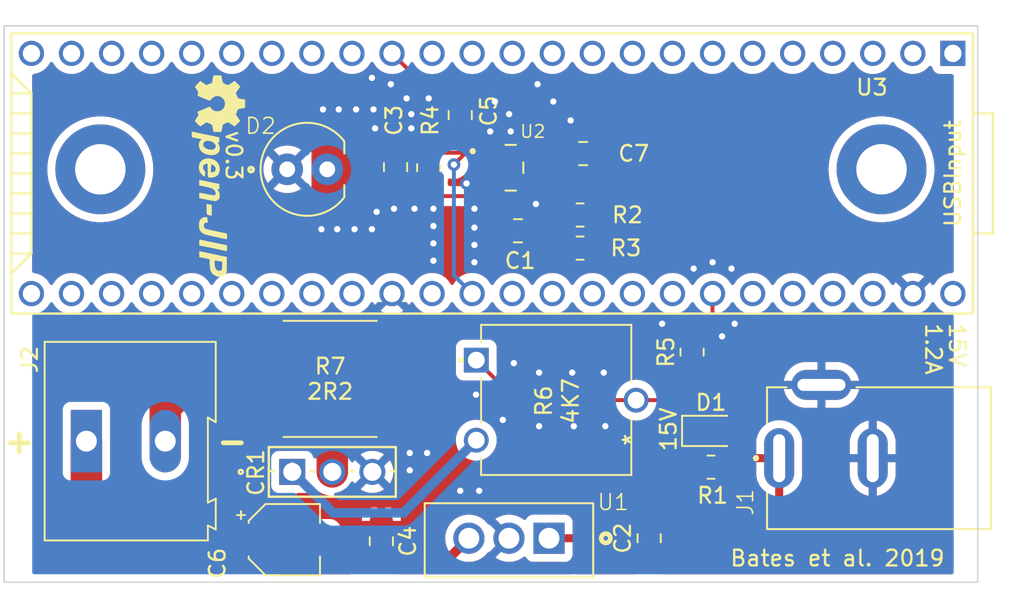
<source format=kicad_pcb>
(kicad_pcb (version 20211014) (generator pcbnew)
  (layers (0 "F.Cu" signal) (31 "B.Cu" signal) (34 "B.Paste" user) (35 "F.Paste" user) (36 "B.SilkS" user "B.Silkscreen") (37 "F.SilkS" user "F.Silkscreen") (38 "B.Mask" user) (39 "F.Mask" user) (44 "Edge.Cuts" user))
  (net 0 "")
  (net 1 "Net-(C1-Pad2)")
  (net 2 "GNDA")
  (net 3 "GND")
  (net 4 "Net-(C3-Pad2)")
  (net 5 "Net-(C4-Pad2)")
  (net 6 "+3V3")
  (net 7 "Net-(C6-Pad2)")
  (net 8 "Net-(CR1-Pad1)")
  (net 9 "Net-(CR1-Pad2)")
  (net 10 "FluoroRead")
  (net 11 "Net-(D1-Pad2)")
  (net 12 "Net-(R5-Pad1)")
  (net 13 "+5V")
  (net 14 "ActinicTrigger")
  (net 18 "+15V")
  (footprint "LED_SMD:LED_0805_2012Metric_Pad1.15x1.40mm_HandSolder" (layer "F.Cu") (at 174.125 98.6)
    (fp_text reference "D1" (at -0.025 -1.8 180) (layer "F.SilkS"))
    (fp_text value "LED")
    (pad "1" smd roundrect locked (at -1.025 0) (size 1.15 1.4) (layers "F.Cu" "F.Paste" "F.Mask") (roundrect_rratio 0.2173904348) (net 3 "GND"))
    (pad "2" smd roundrect locked (at 1.025 0) (size 1.15 1.4) (layers "F.Cu" "F.Paste" "F.Mask") (roundrect_rratio 0.2173904348) (net 11 "Net-(D1-Pad2)"))
  )
  (footprint "Resistor_SMD:R_0805_2012Metric_Pad1.20x1.40mm_HandSolder" (layer "F.Cu") (at 174.1 100.9 180)
    (fp_text reference "R1" (at -0.1 -1.8) (layer "F.SilkS"))
    (fp_text value "15K")
    (pad "1" smd roundrect locked (at -1 0 180) (size 1.2 1.4) (layers "F.Cu" "F.Paste" "F.Mask") (roundrect_rratio 0.2083325) (net 18 "+15V"))
    (pad "2" smd roundrect locked (at 1 0 180) (size 1.2 1.4) (layers "F.Cu" "F.Paste" "F.Mask") (roundrect_rratio 0.2083325) (net 11 "Net-(D1-Pad2)"))
  )
  (footprint "Capacitor_SMD:C_0805_2012Metric_Pad1.18x1.45mm_HandSolder" (layer "F.Cu") (at 170.18 105.41 90)
    (fp_text reference "C2" (at 0 -1.68 90) (layer "F.SilkS"))
    (fp_text value "330nF")
    (pad "1" smd roundrect locked (at -1.0375 0 90) (size 1.175 1.45) (layers "F.Cu" "F.Paste" "F.Mask") (roundrect_rratio 0.2127659574) (net 3 "GND"))
    (pad "2" smd roundrect locked (at 1.0375 0 90) (size 1.175 1.45) (layers "F.Cu" "F.Paste" "F.Mask") (roundrect_rratio 0.2127659574) (net 18 "+15V"))
  )
  (footprint "Capacitor_SMD:C_0805_2012Metric_Pad1.18x1.45mm_HandSolder" (layer "F.Cu") (at 153.2 105.6 -90)
    (fp_text reference "C4" (at 0 -1.68 90) (layer "F.SilkS"))
    (fp_text value "100nF")
    (pad "1" smd roundrect locked (at -1.0375 0 270) (size 1.175 1.45) (layers "F.Cu" "F.Paste" "F.Mask") (roundrect_rratio 0.2127659574) (net 3 "GND"))
    (pad "2" smd roundrect locked (at 1.0375 0 270) (size 1.175 1.45) (layers "F.Cu" "F.Paste" "F.Mask") (roundrect_rratio 0.2127659574) (net 5 "Net-(C4-Pad2)"))
  )
  (footprint "Capacitor_SMD:CP_Elec_4x5.4" (layer "F.Cu") (at 147.05 105.5)
    (fp_text reference "C6" (at -4.25 1.5 90) (layer "F.SilkS"))
    (fp_text value "1uF")
    (pad "1" smd roundrect locked (at -1.8 0) (size 2.6 1.6) (layers "F.Cu" "F.Paste" "F.Mask") (roundrect_rratio 0.15625) (net 5 "Net-(C4-Pad2)"))
    (pad "2" smd roundrect locked (at 1.8 0) (size 2.6 1.6) (layers "F.Cu" "F.Paste" "F.Mask") (roundrect_rratio 0.15625) (net 7 "Net-(C6-Pad2)"))
  )
  (footprint "Additional-parts:BD681" (layer "F.Cu") (at 147.549 101.2)
    (fp_text reference "CR1" (at -2.3 0.05 90) (layer "F.SilkS"))
    (fp_text value "BD681" hide)
    (fp_text user "*" (at 0 0) (layer "F.SilkS"))
    (pad "1" thru_hole rect locked (at 0 0) (size 1.651 1.651) (drill 1.143) (layers *.Cu *.Mask) (net 8 "Net-(CR1-Pad1)"))
    (pad "2" thru_hole circle locked (at 2.54 0) (size 1.651 1.651) (drill 1.143) (layers *.Cu *.Mask) (net 9 "Net-(CR1-Pad2)"))
    (pad "3" thru_hole circle locked (at 5.08 0) (size 1.651 1.651) (drill 1.143) (layers *.Cu *.Mask) (net 3 "GND"))
  )
  (footprint "Additional-parts:SFH_213_FA" (layer "F.Cu") (at 148.5 82)
    (fp_text reference "D2" (at -2.958 -2.752) (layer "F.SilkS") (effects (font (thickness 0.1))))
    (fp_text value "SFH_213_FA")
    (fp_poly (pts (xy 0.27 -0.06) (xy 0.27 -1.79) (xy 0.325072 -1.838669) (xy 0.369937 -1.876115) (xy 0.415724 -1.912427) (xy 0.462405 -1.947583) (xy 0.509951 -1.981559) (xy 0.558332 -2.014336) (xy 0.607517 -2.045893) (xy 0.657477 -2.076209) (xy 0.708179 -2.105266) (xy 0.759592 -2.133046) (xy 0.811684 -2.159531) (xy 0.864422 -2.184704) (xy 0.917774 -2.208551) (xy 0.971705 -2.231055) (xy 1.026182 -2.252204) (xy 1.081171 -2.271983) (xy 1.136638 -2.290381) (xy 1.192548 -2.307385) (xy 1.248865 -2.322986) (xy 1.305555 -2.337173) (xy 1.362582 -2.349937) (xy 1.419911 -2.361271) (xy 1.477505 -2.371168) (xy 1.535329 -2.37962) (xy 1.593346 -2.386624) (xy 1.65152 -2.392174) (xy 1.709815 -2.396268) (xy 1.768193 -2.398902) (xy 1.82662 -2.400075) (xy 1.87 -2.4) (xy 1.895 -2.4) (xy 2.027992 -2.394465) (xy 2.152129 -2.382621) (xy 2.275487 -2.364368) (xy 2.397735 -2.339756) (xy 2.518545 -2.308849) (xy 2.637594 -2.271732) (xy 2.754563 -2.228503) (xy 2.869137 -2.179278) (xy 2.98101 -2.124189) (xy 3.089882 -2.063384) (xy 3.195461 -1.997026) (xy 3.297464 -1.925292) (xy 3.395618 -1.848376) (xy 3.48966 -1.766483) (xy 3.579337 -1.679832) (xy 3.66441 -1.588656) (xy 3.744649 -1.493199) (xy 3.819841 -1.393718) (xy 3.889783 -1.290478) (xy 3.954289 -1.183757) (xy 4.013184 -1.073841) (xy 4.066312 -0.961023) (xy 4.11353 -0.845607) (xy 4.154711 -0.727902) (xy 4.189746 -0.608224) (xy 4.218539 -0.486892) (xy 4.241014 -0.364233) (xy 4.257111 -0.240576) (xy 4.266787 -0.11625) (xy 4.27 0) (xy 4.266787 0.11625) (xy 4.257111 0.240576) (xy 4.241014 0.364233) (xy 4.218539 0.486892) (xy 4.189746 0.608224) (xy 4.154711 0.727902) (xy 4.11353 0.845607) (xy 4.066312 0.961023) (xy 4.013184 1.073841) (xy 3.954289 1.183757) (xy 3.889783 1.290478) (xy 3.819841 1.393718) (xy 3.744649 1.493199) (xy 3.66441 1.588656) (xy 3.579337 1.679832) (xy 3.48966 1.766483) (xy 3.395618 1.848376) (xy 3.297464 1.925292) (xy 3.195461 1.997026) (xy 3.089882 2.063384) (xy 2.98101 2.124189) (xy 2.869137 2.179278) (xy 2.754563 2.228503) (xy 2.637594 2.271732) (xy 2.518545 2.308849) (xy 2.397735 2.339756) (xy 2.275487 2.364368) (xy 2.152129 2.382621) (xy 2.027992 2.394465) (xy 1.895 2.4) (xy 1.795 2.4) (xy 1.87 2.4) (xy 1.82662 2.400075) (xy 1.768193 2.398902) (xy 1.709815 2.396268) (xy 1.65152 2.392174) (xy 1.593346 2.386624) (xy 1.535329 2.37962) (xy 1.477505 2.371168) (xy 1.419911 2.361271) (xy 1.362582 2.349937) (xy 1.305555 2.337173) (xy 1.248865 2.322986) (xy 1.192548 2.307385) (xy 1.136638 2.290381) (xy 1.081171 2.271983) (xy 1.026182 2.252204) (xy 0.971705 2.231055) (xy 0.917774 2.208551) (xy 0.864422 2.184704) (xy 0.811684 2.159531) (xy 0.759592 2.133046) (xy 0.708179 2.105266) (xy 0.657477 2.076209) (xy 0.607517 2.045893) (xy 0.558332 2.014336) (xy 0.509951 1.981559) (xy 0.462405 1.947583) (xy 0.415724 1.912427) (xy 0.369937 1.876115) (xy 0.325072 1.838669) (xy 0.27 1.79) (xy 0.27 -0.06)) (layer "F.Cu") (width 0.001) (fill solid))
    (pad "1" thru_hole circle locked (at -1.27 0) (size 2 2) (drill 1) (layers *.Cu) (net 2 "GNDA"))
    (pad "2" thru_hole circle locked (at 1.27 0) (size 2 2) (drill 1) (layers *.Cu) (net 4 "Net-(C3-Pad2)"))
  )
  (footprint "TerminalBlock:TerminalBlock_Altech_AK300-2_P5.00mm" (layer "F.Cu") (at 134.5 99.25)
    (fp_text reference "J2" (at -3.598 -5.178 -270) (layer "F.SilkS"))
    (fp_text value "Screw_Terminal_01x02" hide)
    (pad "1" thru_hole rect locked (at 0 0) (size 1.98 3.96) (drill 1.32) (layers *.Cu *.Mask) (net 5 "Net-(C4-Pad2)"))
    (pad "2" thru_hole oval locked (at 5 0) (size 1.98 3.96) (drill 1.32) (layers *.Cu *.Mask) (net 7 "Net-(C6-Pad2)"))
  )
  (footprint "TO253P1067X470X2040-3" (layer "F.Cu") (at 163.83 105.41 180)
    (fp_text reference "U1" (at -4.064 2.286) (layer "F.SilkS") (effects (font (size 1.000094 1.000094) (thickness 0.1))))
    (fp_text value "KA7812ETU" hide)
    (pad "1" thru_hole rect locked (at 0 0 180) (size 1.98 1.98) (drill 1.32) (layers *.Cu *.Mask) (net 18 "+15V"))
    (pad "2" thru_hole circle locked (at 2.54 0 180) (size 1.98 1.98) (drill 1.32) (layers *.Cu *.Mask) (net 3 "GND"))
    (pad "3" thru_hole circle locked (at 5.08 0 180) (size 1.98 1.98) (drill 1.32) (layers *.Cu *.Mask) (net 5 "Net-(C4-Pad2)"))
  )
  (footprint "Additional-parts:SOT95P280X145-5N" (layer "F.Cu") (at 161.4 81.9)
    (fp_text reference "U2" (at 1.4 -2.3 180) (layer "F.SilkS") (effects (font (size 0.8 0.8) (thickness 0.1))))
    (fp_text value "OPA320AIDBVT")
    (pad "1" smd rect locked (at -1.255 -0.95) (size 1.21 0.59) (layers "F.Cu" "F.Paste" "F.Mask") (net 10 "FluoroRead"))
    (pad "2" smd rect locked (at -1.255 0) (size 1.21 0.59) (layers "F.Cu" "F.Paste" "F.Mask") (net 2 "GNDA"))
    (pad "3" smd rect locked (at -1.255 0.95) (size 1.21 0.59) (layers "F.Cu" "F.Paste" "F.Mask") (net 1 "Net-(C1-Pad2)"))
    (pad "4" smd rect locked (at 1.255 0.95) (size 1.21 0.59) (layers "F.Cu" "F.Paste" "F.Mask") (net 4 "Net-(C3-Pad2)"))
    (pad "5" smd rect locked (at 1.255 -0.95) (size 1.21 0.59) (layers "F.Cu" "F.Paste" "F.Mask") (net 6 "+3V3"))
  )
  (footprint "Teensy:Teensy35_36" (layer "F.Cu") (at 160.225001 82.265001 180)
    (fp_text reference "U3" (at -24.074999 5.465001) (layer "F.SilkS"))
    (fp_text value "Teensy3.6")
    (fp_text user "USBInput" (at -29.21 0 90) (layer "F.SilkS"))
    (pad "1" thru_hole rect locked (at -29.21 7.62 180) (size 1.6 1.6) (drill 1.1) (layers *.Cu *.Mask))
    (pad "2" thru_hole circle locked (at -26.67 7.62 180) (size 1.6 1.6) (drill 1.1) (layers *.Cu *.Mask))
    (pad "3" thru_hole circle locked (at -24.13 7.62 180) (size 1.6 1.6) (drill 1.1) (layers *.Cu *.Mask))
    (pad "4" thru_hole circle locked (at -21.59 7.62 180) (size 1.6 1.6) (drill 1.1) (layers *.Cu *.Mask))
    (pad "5" thru_hole circle locked (at -19.05 7.62 180) (size 1.6 1.6) (drill 1.1) (layers *.Cu *.Mask))
    (pad "6" thru_hole circle locked (at -16.51 7.62 180) (size 1.6 1.6) (drill 1.1) (layers *.Cu *.Mask))
    (pad "7" thru_hole circle locked (at -13.97 7.62 180) (size 1.6 1.6) (drill 1.1) (layers *.Cu *.Mask))
    (pad "8" thru_hole circle locked (at -11.43 7.62 180) (size 1.6 1.6) (drill 1.1) (layers *.Cu *.Mask))
    (pad "9" thru_hole circle locked (at -8.89 7.62 180) (size 1.6 1.6) (drill 1.1) (layers *.Cu *.Mask))
    (pad "10" thru_hole circle locked (at -6.35 7.62 180) (size 1.6 1.6) (drill 1.1) (layers *.Cu *.Mask))
    (pad "11" thru_hole circle locked (at -3.81 7.62 180) (size 1.6 1.6) (drill 1.1) (layers *.Cu *.Mask))
    (pad "12" thru_hole circle locked (at -1.27 7.62 180) (size 1.6 1.6) (drill 1.1) (layers *.Cu *.Mask))
    (pad "13" thru_hole circle locked (at 1.27 7.62 180) (size 1.6 1.6) (drill 1.1) (layers *.Cu *.Mask))
    (pad "14" thru_hole circle locked (at 3.81 7.62 180) (size 1.6 1.6) (drill 1.1) (layers *.Cu *.Mask))
    (pad "15" thru_hole circle locked (at 6.35 7.62 180) (size 1.6 1.6) (drill 1.1) (layers *.Cu *.Mask) (net 6 "+3V3"))
    (pad "16" thru_hole circle locked (at 8.89 7.62 180) (size 1.6 1.6) (drill 1.1) (layers *.Cu *.Mask))
    (pad "17" thru_hole circle locked (at 11.43 7.62 180) (size 1.6 1.6) (drill 1.1) (layers *.Cu *.Mask))
    (pad "18" thru_hole circle locked (at 13.97 7.62 180) (size 1.6 1.6) (drill 1.1) (layers *.Cu *.Mask))
    (pad "19" thru_hole circle locked (at 16.51 7.62 180) (size 1.6 1.6) (drill 1.1) (layers *.Cu *.Mask))
    (pad "20" thru_hole circle locked (at 19.05 7.62 180) (size 1.6 1.6) (drill 1.1) (layers *.Cu *.Mask))
    (pad "21" thru_hole circle locked (at 21.59 7.62 180) (size 1.6 1.6) (drill 1.1) (layers *.Cu *.Mask))
    (pad "22" thru_hole circle locked (at 24.13 7.62 180) (size 1.6 1.6) (drill 1.1) (layers *.Cu *.Mask))
    (pad "23" thru_hole circle locked (at 26.67 7.62 180) (size 1.6 1.6) (drill 1.1) (layers *.Cu *.Mask))
    (pad "24" thru_hole circle locked (at 29.21 7.62 180) (size 1.6 1.6) (drill 1.1) (layers *.Cu *.Mask))
    (pad "30" thru_hole circle locked (at 29.21 -7.62 180) (size 1.6 1.6) (drill 1.1) (layers *.Cu *.Mask))
    (pad "31" thru_hole circle locked (at 26.67 -7.62 180) (size 1.6 1.6) (drill 1.1) (layers *.Cu *.Mask))
    (pad "32" thru_hole circle locked (at 24.13 -7.62 180) (size 1.6 1.6) (drill 1.1) (layers *.Cu *.Mask))
    (pad "33" thru_hole circle locked (at 21.59 -7.62 180) (size 1.6 1.6) (drill 1.1) (layers *.Cu *.Mask))
    (pad "34" thru_hole circle locked (at 19.05 -7.62 180) (size 1.6 1.6) (drill 1.1) (layers *.Cu *.Mask))
    (pad "35" thru_hole circle locked (at 16.51 -7.62 180) (size 1.6 1.6) (drill 1.1) (layers *.Cu *.Mask))
    (pad "36" thru_hole circle locked (at 13.97 -7.62 180) (size 1.6 1.6) (drill 1.1) (layers *.Cu *.Mask))
    (pad "37" thru_hole circle locked (at 11.43 -7.62 180) (size 1.6 1.6) (drill 1.1) (layers *.Cu *.Mask))
    (pad "38" thru_hole circle locked (at 8.89 -7.62 180) (size 1.6 1.6) (drill 1.1) (layers *.Cu *.Mask))
    (pad "39" thru_hole circle locked (at 6.35 -7.62 180) (size 1.6 1.6) (drill 1.1) (layers *.Cu *.Mask) (net 3 "GND"))
    (pad "40" thru_hole circle locked (at 3.81 -7.62 180) (size 1.6 1.6) (drill 1.1) (layers *.Cu *.Mask))
    (pad "41" thru_hole circle locked (at 1.27 -7.62 180) (size 1.6 1.6) (drill 1.1) (layers *.Cu *.Mask) (net 10 "FluoroRead"))
    (pad "42" thru_hole circle locked (at -1.27 -7.62 180) (size 1.6 1.6) (drill 1.1) (layers *.Cu *.Mask))
    (pad "43" thru_hole circle locked (at -3.81 -7.62 180) (size 1.6 1.6) (drill 1.1) (layers *.Cu *.Mask))
    (pad "44" thru_hole circle locked (at -6.35 -7.62 180) (size 1.6 1.6) (drill 1.1) (layers *.Cu *.Mask))
    (pad "45" thru_hole circle locked (at -8.89 -7.62 180) (size 1.6 1.6) (drill 1.1) (layers *.Cu *.Mask))
    (pad "46" thru_hole circle locked (at -11.43 -7.62 180) (size 1.6 1.6) (drill 1.1) (layers *.Cu *.Mask))
    (pad "47" thru_hole circle locked (at -13.97 -7.62 180) (size 1.6 1.6) (drill 1.1) (layers *.Cu *.Mask) (net 14 "ActinicTrigger"))
    (pad "48" thru_hole circle locked (at -16.51 -7.62 180) (size 1.6 1.6) (drill 1.1) (layers *.Cu *.Mask))
    (pad "49" thru_hole circle locked (at -19.05 -7.62 180) (size 1.6 1.6) (drill 1.1) (layers *.Cu *.Mask))
    (pad "50" thru_hole circle locked (at -21.59 -7.62 180) (size 1.6 1.6) (drill 1.1) (layers *.Cu *.Mask))
    (pad "51" thru_hole circle locked (at -24.13 -7.62 180) (size 1.6 1.6) (drill 1.1) (layers *.Cu *.Mask))
    (pad "52" thru_hole circle locked (at -26.67 -7.62 180) (size 1.6 1.6) (drill 1.1) (layers *.Cu *.Mask) (net 2 "GNDA"))
    (pad "53" thru_hole circle locked (at -29.21 -7.62 180) (size 1.6 1.6) (drill 1.1) (layers *.Cu *.Mask) (net 13 "+5V"))
  )
  (footprint "Additional-parts:DCJack_MPD_EJ503A" (layer "F.Cu") (at 181.102 100.33 90)
    (fp_text reference "J1" (at -2.794 -4.826 90) (layer "F.SilkS") (effects (font (thickness 0.1))))
    (fp_text value "EJ503A")
    (pad "1" thru_hole oval locked (at 0 -2.68 90) (size 3.8 1.9) (drill oval 3.05 0.76) (layers *.Cu *.Mask) (net 18 "+15V"))
    (pad "2" thru_hole oval locked (at 0 3.25 90) (size 3.8 1.9) (drill oval 3.05 0.76) (layers *.Cu *.Mask) (net 3 "GND"))
    (pad "3" thru_hole oval locked (at 4.65 0 90) (size 1.9 3.8) (drill oval 0.76 3.05) (layers *.Cu *.Mask) (net 3 "GND"))
  )
  (footprint "MountingHole:MountingHole_3.2mm_M3_ISO7380_Pad" (layer "F.Cu") (at 135.382 82)
    (fp_text reference "REF**" hide)
    (fp_text value "MountingHole_3.2mm_M3_ISO7380_Pad" hide)
    (pad "1" thru_hole circle locked (at 0 0) (size 5.7 5.7) (drill 3.2) (layers *.Cu *.Mask))
  )
  (footprint "MountingHole:MountingHole_3.2mm_M3_ISO7380_Pad" (layer "F.Cu") (at 184.912 82)
    (fp_text reference "REF**" hide)
    (fp_text value "MountingHole_3.2mm_M3_ISO7380_Pad" hide)
    (pad "1" thru_hole circle locked (at 0 0) (size 5.7 5.7) (drill 3.2) (layers *.Cu *.Mask))
  )
  (footprint "Silkscreen_Images:open_jip_Logo" (layer "F.Cu") (at 142.828 82.394 -90)
    (fp_text reference "G***" hide)
    (fp_text value "LOGO" hide)
  )
  (footprint "Capacitor_SMD:C_0805_2012Metric_Pad1.18x1.45mm_HandSolder" (layer "F.Cu") (at 154.1 81.8625 -90)
    (fp_text reference "C3" (at -2.9625 0.1 90) (layer "F.SilkS"))
    (fp_text value "1pF")
    (pad "1" smd roundrect (at -1.0375 0 270) (size 1.175 1.45) (layers "F.Cu" "F.Paste" "F.Mask") (roundrect_rratio 0.2127659574) (net 10 "FluoroRead"))
    (pad "2" smd roundrect (at 1.0375 0 270) (size 1.175 1.45) (layers "F.Cu" "F.Paste" "F.Mask") (roundrect_rratio 0.2127659574) (net 4 "Net-(C3-Pad2)"))
  )
  (footprint "Resistor_SMD:R_0805_2012Metric_Pad1.20x1.40mm_HandSolder" (layer "F.Cu") (at 172.9 93.6 90)
    (fp_text reference "R5" (at 0 -1.65 90) (layer "F.SilkS"))
    (fp_text value "2K")
    (pad "1" smd roundrect (at -1 0 90) (size 1.2 1.4) (layers "F.Cu" "F.Paste" "F.Mask") (roundrect_rratio 0.2083333333) (net 12 "Net-(R5-Pad1)"))
    (pad "2" smd roundrect (at 1 0 90) (size 1.2 1.4) (layers "F.Cu" "F.Paste" "F.Mask") (roundrect_rratio 0.2083333333) (net 14 "ActinicTrigger"))
  )
  (footprint "Resistor_SMD:R_0805_2012Metric_Pad1.20x1.40mm_HandSolder" (layer "F.Cu") (at 156.2 81.9 -90)
    (fp_text reference "R4" (at -3 -0.1 90) (layer "F.SilkS"))
    (fp_text value "1M")
    (pad "1" smd roundrect (at -1 0 270) (size 1.2 1.4) (layers "F.Cu" "F.Paste" "F.Mask") (roundrect_rratio 0.2083333333) (net 10 "FluoroRead"))
    (pad "2" smd roundrect (at 1 0 270) (size 1.2 1.4) (layers "F.Cu" "F.Paste" "F.Mask") (roundrect_rratio 0.2083333333) (net 4 "Net-(C3-Pad2)"))
  )
  (footprint "Capacitor_SMD:C_0805_2012Metric_Pad1.18x1.45mm_HandSolder" (layer "F.Cu") (at 158.2 78.5625 -90)
    (fp_text reference "C5" (at -0.2625 -1.8 90) (layer "F.SilkS"))
    (fp_text value "100nF")
    (pad "1" smd roundrect (at -1.0375 0 270) (size 1.175 1.45) (layers "F.Cu" "F.Paste" "F.Mask") (roundrect_rratio 0.2127659574) (net 2 "GNDA"))
    (pad "2" smd roundrect (at 1.0375 0 270) (size 1.175 1.45) (layers "F.Cu" "F.Paste" "F.Mask") (roundrect_rratio 0.2127659574) (net 2 "GNDA"))
  )
  (footprint "35602R2JT:35602R2JT" (layer "F.Cu") (at 149.9556 95.3)
    (fp_text reference "R7" (at 0 -0.8) (layer "F.SilkS"))
    (fp_text value "2R2" (at 0 0.8) (layer "F.SilkS"))
    (pad "1" smd rect locked (at -4.7117 0) (size 2.8956 7.112) (layers "F.Cu" "F.Paste" "F.Mask") (net 7 "Net-(C6-Pad2)"))
    (pad "2" smd rect locked (at 4.7117 0) (size 2.8956 7.112) (layers "F.Cu" "F.Paste" "F.Mask") (net 9 "Net-(CR1-Pad2)"))
  )
  (footprint "Resistor_SMD:R_0805_2012Metric_Pad1.20x1.40mm_HandSolder" (layer "F.Cu") (at 165.8 87 180)
    (fp_text reference "R3" (at -2.9 0) (layer "F.SilkS"))
    (fp_text value "5")
    (pad "1" smd roundrect (at -1 0 180) (size 1.2 1.4) (layers "F.Cu" "F.Paste" "F.Mask") (roundrect_rratio 0.2083333333) (net 2 "GNDA"))
    (pad "2" smd roundrect (at 1 0 180) (size 1.2 1.4) (layers "F.Cu" "F.Paste" "F.Mask") (roundrect_rratio 0.2083333333) (net 1 "Net-(C1-Pad2)"))
  )
  (footprint "Capacitor_SMD:C_0805_2012Metric_Pad1.18x1.45mm_HandSolder" (layer "F.Cu") (at 161.8625 85.9)
    (fp_text reference "C1" (at 0.1375 1.9) (layer "F.SilkS"))
    (fp_text value "100nF")
    (pad "1" smd roundrect (at -1.0375 0) (size 1.175 1.45) (layers "F.Cu" "F.Paste" "F.Mask") (roundrect_rratio 0.2127659574) (net 2 "GNDA"))
    (pad "2" smd roundrect (at 1.0375 0) (size 1.175 1.45) (layers "F.Cu" "F.Paste" "F.Mask") (roundrect_rratio 0.2127659574) (net 1 "Net-(C1-Pad2)"))
  )
  (footprint "3386G-1-102LF:3386G-1-102LF" (layer "F.Cu") (at 169.0482 99.1618 -90)
    (fp_text reference "R6" (at -2.4618 5.5482 90) (layer "F.SilkS"))
    (fp_text value "4K7" (at -2.4618 3.8482 90) (layer "F.SilkS"))
    (fp_text user "*" (at 0 0 90) (layer "F.SilkS"))
    (pad "1" thru_hole rect locked (at -5.0546 9.8298 270) (size 1.5748 1.5748) (drill 1.0668) (layers *.Cu *.Mask) (net 12 "Net-(R5-Pad1)"))
    (pad "2" thru_hole circle locked (at -2.5146 -0.3048 270) (size 1.5748 1.5748) (drill 1.0668) (layers *.Cu *.Mask) (net 12 "Net-(R5-Pad1)"))
    (pad "3" thru_hole circle locked (at 0.0254 9.8298 270) (size 1.5748 1.5748) (drill 1.0668) (layers *.Cu *.Mask) (net 8 "Net-(CR1-Pad1)"))
  )
  (footprint "Resistor_SMD:R_0805_2012Metric_Pad1.20x1.40mm_HandSolder" (layer "F.Cu") (at 165.8 84.9)
    (fp_text reference "R2" (at 3 0) (layer "F.SilkS"))
    (fp_text value "20K")
    (pad "1" smd roundrect (at -1 0) (size 1.2 1.4) (layers "F.Cu" "F.Paste" "F.Mask") (roundrect_rratio 0.2083333333) (net 1 "Net-(C1-Pad2)"))
    (pad "2" smd roundrect (at 1 0) (size 1.2 1.4) (layers "F.Cu" "F.Paste" "F.Mask") (roundrect_rratio 0.2083333333) (net 6 "+3V3"))
  )
  (footprint "Capacitor_SMD:C_0805_2012Metric_Pad1.18x1.45mm_HandSolder" (layer "F.Cu") (at 166 81 180)
    (fp_text reference "C7" (at -3.2 0) (layer "F.SilkS"))
    (fp_text value "100nF")
    (pad "1" smd roundrect (at -1.0375 0 180) (size 1.175 1.45) (layers "F.Cu" "F.Paste" "F.Mask") (roundrect_rratio 0.2127659574) (net 2 "GNDA"))
    (pad "2" smd roundrect (at 1.0375 0 180) (size 1.175 1.45) (layers "F.Cu" "F.Paste" "F.Mask") (roundrect_rratio 0.2127659574) (net 6 "+3V3"))
  )
  (gr_line (start 191.008 108.204) (end 191.008 72.898) (layer "Edge.Cuts") (width 0.1))
  (gr_line (start 191.008 72.898) (end 129.286 72.898) (layer "Edge.Cuts") (width 0.1))
  (gr_line (start 129.286 72.898) (end 129.286 108.204) (layer "Edge.Cuts") (width 0.1))
  (gr_line (start 129.286 108.204) (end 191.008 108.204) (layer "Edge.Cuts") (width 0.1))
  (gr_text "-" (at 143.75 99.25) (layer "F.SilkS") (effects (font (size 1.5 1.5) (thickness 0.3))))
  (gr_text "1.2A" (at 188.2 93.4 270) (layer "F.SilkS") (effects (font (size 1 1))))
  (gr_text "v0.3" (at 143.844 81.124 270) (layer "F.SilkS") (effects (font (size 1 1))))
  (gr_text "Bates et al. 2019" (at 182.118 106.68) (layer "F.SilkS") (effects (font (size 1 1))))
  (gr_text "+" (at 130.25 99.25) (layer "F.SilkS") (effects (font (size 1.5 1.5) (thickness 0.3))))
  (gr_text "15V\n" (at 171.4 98.5 90) (layer "F.SilkS") (effects (font (size 1 1))))
  (gr_text "15V\n" (at 189.7 93.15 270) (layer "F.SilkS") (effects (font (size 1 1))))
  (segment (start 163.8 85.9) (end 164.8 84.9) (width 0.25) (layer "F.Cu") (net 1))
  (segment (start 161.05 82.85) (end 161.9 82) (width 0.25) (layer "F.Cu") (net 1))
  (segment (start 160.145 82.85) (end 161.05 82.85) (width 0.25) (layer "F.Cu") (net 1))
  (segment (start 162.9 85.9) (end 163.8 85.9) (width 0.25) (layer "F.Cu") (net 1))
  (segment (start 163.7 82) (end 164.8 83.1) (width 0.25) (layer "F.Cu") (net 1))
  (segment (start 161.9 82) (end 163.7 82) (width 0.25) (layer "F.Cu") (net 1))
  (segment (start 164.8 84.9) (end 164.8 87) (width 0.25) (layer "F.Cu") (net 1))
  (segment (start 164.8 83.1) (end 164.8 84.9) (width 0.25) (layer "F.Cu") (net 1))
  (via (at 165.2 78.9) (size 0.8) (drill 0.4) (layers "F.Cu" "B.Cu") (net 2))
  (via (at 164.1 77.7) (size 0.8) (drill 0.4) (layers "F.Cu" "B.Cu") (net 2))
  (via (at 155.1 78.5) (size 0.8) (drill 0.4) (layers "F.Cu" "B.Cu") (net 2))
  (via (at 161.3 78.5) (size 0.8) (drill 0.4) (layers "F.Cu" "B.Cu") (net 2))
  (via (at 150.4 85.8) (size 0.8) (drill 0.4) (layers "F.Cu" "B.Cu") (net 2))
  (via (at 159.1 85.7) (size 0.8) (drill 0.4) (layers "F.Cu" "B.Cu") (net 2))
  (via (at 152.7 78.2) (size 0.8) (drill 0.4) (layers "F.Cu" "B.Cu") (net 2))
  (via (at 149.4 85.8) (size 0.8) (drill 0.4) (layers "F.Cu" "B.Cu") (net 2))
  (via (at 156.5 84.5) (size 0.8) (drill 0.4) (layers "F.Cu" "B.Cu") (net 2))
  (via (at 156.2 77.5) (size 0.8) (drill 0.4) (layers "F.Cu" "B.Cu") (net 2))
  (via (at 155.1 79.4) (size 0.8) (drill 0.4) (layers "F.Cu" "B.Cu") (net 2))
  (via (at 158.6 82.9) (size 0.8) (drill 0.4) (layers "F.Cu" "B.Cu") (net 2))
  (via (at 156.5 86.7) (size 0.8) (drill 0.4) (layers "F.Cu" "B.Cu") (net 2))
  (via (at 155.3 84.5) (size 0.8) (drill 0.4) (layers "F.Cu" "B.Cu") (net 2))
  (via (at 174.2 87.9) (size 0.8) (drill 0.4) (layers "F.Cu" "B.Cu") (net 2))
  (via (at 152.6 85.8) (size 0.8) (drill 0.4) (layers "F.Cu" "B.Cu") (net 2))
  (via (at 151.5 85.8) (size 0.8) (drill 0.4) (layers "F.Cu" "B.Cu") (net 2))
  (via (at 150.5 78.2) (size 0.8) (drill 0.4) (layers "F.Cu" "B.Cu") (net 2))
  (via (at 153.8 76.6) (size 0.8) (drill 0.4) (layers "F.Cu" "B.Cu") (net 2))
  (via (at 160.4 77.7) (size 0.8) (drill 0.4) (layers "F.Cu" "B.Cu") (net 2))
  (via (at 156.5 87.8) (size 0.8) (drill 0.4) (layers "F.Cu" "B.Cu") (net 2))
  (via (at 175.4 88.3) (size 0.8) (drill 0.4) (layers "F.Cu" "B.Cu") (net 2))
  (via (at 149.5 78.2) (size 0.8) (drill 0.4) (layers "F.Cu" "B.Cu") (net 2))
  (via (at 163.1 76.6) (size 0.8) (drill 0.4) (layers "F.Cu" "B.Cu") (net 2))
  (via (at 159.1 84.5) (size 0.8) (drill 0.4) (layers "F.Cu" "B.Cu") (net 2))
  (via (at 156.5 85.6) (size 0.8) (drill 0.4) (layers "F.Cu" "B.Cu") (net 2))
  (via (at 152.8 79.4) (size 0.8) (drill 0.4) (layers "F.Cu" "B.Cu") (net 2))
  (via (at 154.8 77.5) (size 0.8) (drill 0.4) (layers "F.Cu" "B.Cu") (net 2))
  (via (at 152.9 84.7) (size 0.8) (drill 0.4) (layers "F.Cu" "B.Cu") (net 2))
  (via (at 151.6 78.2) (size 0.8) (drill 0.4) (layers "F.Cu" "B.Cu") (net 2))
  (via (at 163 84.2) (size 0.8) (drill 0.4) (layers "F.Cu" "B.Cu") (net 2))
  (via (at 159.1 86.8) (size 0.8) (drill 0.4) (layers "F.Cu" "B.Cu") (net 2))
  (via (at 159.1 87.9) (size 0.8) (drill 0.4) (layers "F.Cu" "B.Cu") (net 2))
  (via (at 160.1 79.6) (size 0.8) (drill 0.4) (layers "F.Cu" "B.Cu") (net 2))
  (via (at 173 88.3) (size 0.8) (drill 0.4) (layers "F.Cu" "B.Cu") (net 2))
  (via (at 154 84.5) (size 0.8) (drill 0.4) (layers "F.Cu" "B.Cu") (net 2))
  (via (at 161.4 79.6) (size 0.8) (drill 0.4) (layers "F.Cu" "B.Cu") (net 2))
  (via (at 152.6 76.2) (size 0.8) (drill 0.4) (layers "F.Cu" "B.Cu") (net 2))
  (via (at 167.3 94.9) (size 0.8) (drill 0.4) (layers "F.Cu" "B.Cu") (net 3))
  (via (at 161.6 94.3) (size 0.8) (drill 0.4) (layers "F.Cu" "B.Cu") (net 3))
  (via (at 160.9 97.9) (size 0.8) (drill 0.4) (layers "F.Cu" "B.Cu") (net 3))
  (via (at 165.3 94.9) (size 0.8) (drill 0.4) (layers "F.Cu" "B.Cu") (net 3))
  (via (at 174.8 92.6) (size 0.8) (drill 0.4) (layers "F.Cu" "B.Cu") (net 3))
  (via (at 159.4 102.4) (size 0.8) (drill 0.4) (layers "F.Cu" "B.Cu") (net 3))
  (via (at 171 91.8) (size 0.8) (drill 0.4) (layers "F.Cu" "B.Cu") (net 3))
  (via (at 163.2 98.3) (size 0.8) (drill 0.4) (layers "F.Cu" "B.Cu") (net 3))
  (via (at 163.2 94.9) (size 0.8) (drill 0.4) (layers "F.Cu" "B.Cu") (net 3))
  (via (at 158.2 102.4) (size 0.8) (drill 0.4) (layers "F.Cu" "B.Cu") (net 3))
  (via (at 155 101.1) (size 0.8) (drill 0.4) (layers "F.Cu" "B.Cu") (net 3))
  (via (at 159.2 96.3) (size 0.8) (drill 0.4) (layers "F.Cu" "B.Cu") (net 3))
  (via (at 175.6 91.8) (size 0.8) (drill 0.4) (layers "F.Cu" "B.Cu") (net 3))
  (via (at 167.4 98.3) (size 0.8) (drill 0.4) (layers "F.Cu" "B.Cu") (net 3))
  (via (at 165.4 98.3) (size 0.8) (drill 0.4) (layers "F.Cu" "B.Cu") (net 3))
  (via (at 155 100) (size 0.8) (drill 0.4) (layers "F.Cu" "B.Cu") (net 3))
  (via (at 156.1 100) (size 0.8) (drill 0.4) (layers "F.Cu" "B.Cu") (net 3))
  (segment (start 156.2 82.9) (end 157 83.7) (width 0.25) (layer "F.Cu") (net 4))
  (segment (start 161.805 83.7) (end 162.655 82.85) (width 0.25) (layer "F.Cu") (net 4))
  (segment (start 153.2 82) (end 154.1 82.9) (width 0.25) (layer "F.Cu") (net 4))
  (segment (start 157 83.7) (end 161.805 83.7) (width 0.25) (layer "F.Cu") (net 4))
  (segment (start 154.1 82.9) (end 156.2 82.9) (width 0.25) (layer "F.Cu") (net 4))
  (segment (start 149.77 82) (end 153.2 82) (width 0.25) (layer "F.Cu") (net 4))
  (segment (start 158.75 105.41) (end 157.56 106.6) (width 0.6) (layer "F.Cu") (net 5))
  (segment (start 134.5 102.7) (end 137.3 105.5) (width 2) (layer "F.Cu") (net 5))
  (segment (start 134.5 99.25) (end 134.5 102.7) (width 2) (layer "F.Cu") (net 5))
  (segment (start 153.2 106.6375) (end 151.8625 106.6375) (width 0.6) (layer "F.Cu") (net 5))
  (segment (start 153.2375 106.6) (end 153.2 106.6375) (width 0.6) (layer "F.Cu") (net 5))
  (segment (start 151.1 107.4) (end 146.9 107.4) (width 0.6) (layer "F.Cu") (net 5))
  (segment (start 137.3 105.5) (end 145.25 105.5) (width 2) (layer "F.Cu") (net 5))
  (segment (start 157.56 106.6) (end 153.2375 106.6) (width 0.6) (layer "F.Cu") (net 5))
  (segment (start 146.9 107.4) (end 145.25 105.75) (width 0.6) (layer "F.Cu") (net 5))
  (segment (start 151.8625 106.6375) (end 151.1 107.4) (width 0.6) (layer "F.Cu") (net 5))
  (segment (start 145.25 105.75) (end 145.25 105.5) (width 0.6) (layer "F.Cu") (net 5))
  (segment (start 153.875001 74.645001) (end 155.53 76.3) (width 0.25) (layer "F.Cu") (net 6))
  (segment (start 166.8 83.2) (end 166.8 84.9) (width 0.25) (layer "F.Cu") (net 6))
  (segment (start 162.705 81) (end 162.655 80.95) (width 0.25) (layer "F.Cu") (net 6))
  (segment (start 164.9625 81.3625) (end 166.8 83.2) (width 0.25) (layer "F.Cu") (net 6))
  (segment (start 160.9 76.3) (end 164.9625 80.3625) (width 0.25) (layer "F.Cu") (net 6))
  (segment (start 164.9625 81) (end 164.9625 81.3625) (width 0.25) (layer "F.Cu") (net 6))
  (segment (start 155.53 76.3) (end 160.9 76.3) (width 0.25) (layer "F.Cu") (net 6))
  (segment (start 164.9625 80.3625) (end 164.9625 81) (width 0.25) (layer "F.Cu") (net 6))
  (segment (start 164.9625 81) (end 162.705 81) (width 0.25) (layer "F.Cu") (net 6))
  (segment (start 145 102.9) (end 145 95.5439) (width 1.2) (layer "F.Cu") (net 7))
  (segment (start 148.85 105.35) (end 146.8 103.3) (width 1.2) (layer "F.Cu") (net 7))
  (segment (start 141.3 95.3) (end 145.2439 95.3) (width 2) (layer "F.Cu") (net 7))
  (segment (start 146.8 103.3) (end 145.4 103.3) (width 1.2) (layer "F.Cu") (net 7))
  (segment (start 139.5 97.1) (end 141.3 95.3) (width 2) (layer "F.Cu") (net 7))
  (segment (start 139.5 99.25) (end 139.5 97.1) (width 2) (layer "F.Cu") (net 7))
  (segment (start 145 95.5439) (end 145.2439 95.3) (width 1.2) (layer "F.Cu") (net 7))
  (segment (start 148.85 105.5) (end 148.85 105.35) (width 1.2) (layer "F.Cu") (net 7))
  (segment (start 145.4 103.3) (end 145 102.9) (width 1.2) (layer "F.Cu") (net 7))
  (segment (start 154.6056 103.8) (end 150.149 103.8) (width 0.6) (layer "B.Cu") (net 8))
  (segment (start 150.149 103.8) (end 147.549 101.2) (width 0.6) (layer "B.Cu") (net 8))
  (segment (start 159.2184 99.1872) (end 154.6056 103.8) (width 0.6) (layer "B.Cu") (net 8))
  (segment (start 150.089 99.8783) (end 154.6673 95.3) (width 2) (layer "F.Cu") (net 9))
  (segment (start 150.089 101.2) (end 150.089 99.8783) (width 2) (layer "F.Cu") (net 9))
  (segment (start 156.125 80.825) (end 156.2 80.9) (width 0.25) (layer "F.Cu") (net 10))
  (segment (start 158.55 80.95) (end 157.8 81.7) (width 0.25) (layer "F.Cu") (net 10))
  (segment (start 156.25 80.95) (end 160.145 80.95) (width 0.25) (layer "F.Cu") (net 10))
  (segment (start 156.2 80.9) (end 156.25 80.95) (width 0.25) (layer "F.Cu") (net 10))
  (segment (start 160.145 80.95) (end 158.55 80.95) (width 0.25) (layer "F.Cu") (net 10))
  (segment (start 154.1 80.825) (end 156.125 80.825) (width 0.25) (layer "F.Cu") (net 10))
  (via (at 157.8 81.7) (size 0.8) (drill 0.4) (layers "F.Cu" "B.Cu") (net 10))
  (segment (start 157.8 88.73) (end 158.955001 89.885001) (width 0.25) (layer "B.Cu") (net 10))
  (segment (start 157.8 81.7) (end 157.8 88.73) (width 0.25) (layer "B.Cu") (net 10))
  (segment (start 175.15 98.6) (end 175.15 98.85) (width 0.25) (layer "F.Cu") (net 11))
  (segment (start 175.15 98.85) (end 173.1 100.9) (width 0.25) (layer "F.Cu") (net 11))
  (segment (start 172.9 94.6) (end 170.8528 96.6472) (width 0.25) (layer "F.Cu") (net 12))
  (segment (start 170.8528 96.6472) (end 169.353 96.6472) (width 0.25) (layer "F.Cu") (net 12))
  (segment (start 169.353 96.6472) (end 161.7584 96.6472) (width 0.25) (layer "F.Cu") (net 12))
  (segment (start 161.7584 96.6472) (end 159.2184 94.1072) (width 0.25) (layer "F.Cu") (net 12))
  (segment (start 174.195001 89.885001) (end 174.195001 91.304999) (width 0.25) (layer "F.Cu") (net 14))
  (segment (start 174.195001 91.304999) (end 172.9 92.6) (width 0.25) (layer "F.Cu") (net 14))
  (zone (net 3) (net_name "GND") (layer "F.Cu") (connect_pads (clearance 0.508)) (min_thickness 0.254) (fill yes (thermal_gap 0.508) (thermal_bridge_width 0.508))
    (polygon (pts (xy 189.478235 107.696) (xy 131.058235 107.696) (xy 131.058235 90.424) (xy 189.478235 90.424)))
  )
  (zone (net 2) (net_name "GNDA") (layer "F.Cu") (connect_pads (clearance 0.508)) (min_thickness 0.254) (fill yes (thermal_gap 0.508) (thermal_bridge_width 0.508))
    (polygon (pts (xy 189.484 89.916) (xy 131.064 89.916) (xy 131.064 74.676) (xy 189.484 74.676)))
  )
  (zone (net 18) (net_name "+15V") (layer "F.Cu") (priority 1) (connect_pads (clearance 0.508)) (min_thickness 0.254) (fill yes (thermal_gap 0.508) (thermal_bridge_width 0.508))
    (polygon (pts (xy 179.832 102.616) (xy 172.974 105.41) (xy 168.148 105.41) (xy 165.608 106.934) (xy 162.814 106.934) (xy 162.814 104.14) (xy 173.99 100.33) (xy 173.99 98.044) (xy 179.832 98.044)))
  )
  (zone (net 2) (net_name "GNDA") (layer "B.Cu") (connect_pads (clearance 0.508)) (min_thickness 0.254) (fill yes (thermal_gap 0.508) (thermal_bridge_width 0.508))
    (polygon (pts (xy 189.484 89.916) (xy 131.064 89.916) (xy 131.064 74.676) (xy 189.484 74.676)))
  )
  (zone (net 3) (net_name "GND") (layer "B.Cu") (connect_pads (clearance 0.508)) (min_thickness 0.254) (fill yes (thermal_gap 0.508) (thermal_bridge_width 0.508))
    (polygon (pts (xy 189.484 107.696) (xy 131.064 107.696) (xy 131.064 90.424) (xy 189.484 90.424)))
  )
)
</source>
